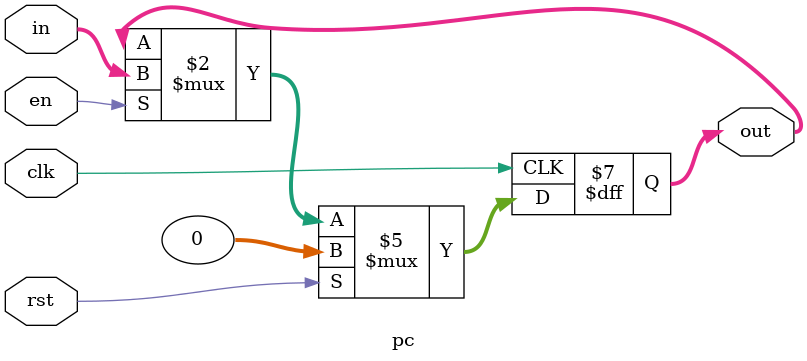
<source format=v>
`timescale 1ns/1ns

module pc(
    input              clk,
    input              rst,
    input              en,   
    input      [31:0]  in,
    output reg [31:0]  out
    );

    always @(posedge clk) begin
        if (rst) begin
            out <= 32'b0;
        end
        else if (en) begin  
            out <= in;
        end
       
    end

endmodule
</source>
